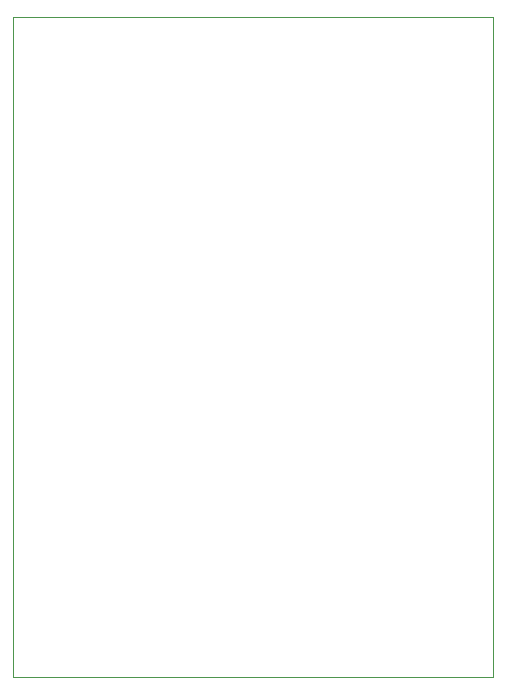
<source format=gbr>
%TF.GenerationSoftware,KiCad,Pcbnew,(6.0.5)*%
%TF.CreationDate,2023-05-17T00:23:09-04:00*%
%TF.ProjectId,as3340_no_mux,61733333-3430-45f6-9e6f-5f6d75782e6b,rev?*%
%TF.SameCoordinates,Original*%
%TF.FileFunction,Profile,NP*%
%FSLAX46Y46*%
G04 Gerber Fmt 4.6, Leading zero omitted, Abs format (unit mm)*
G04 Created by KiCad (PCBNEW (6.0.5)) date 2023-05-17 00:23:09*
%MOMM*%
%LPD*%
G01*
G04 APERTURE LIST*
%TA.AperFunction,Profile*%
%ADD10C,0.100000*%
%TD*%
G04 APERTURE END LIST*
D10*
X35560000Y-101600000D02*
X76200000Y-101600000D01*
X76200000Y-101600000D02*
X76200000Y-157480000D01*
X76200000Y-157480000D02*
X35560000Y-157480000D01*
X35560000Y-157480000D02*
X35560000Y-101600000D01*
X35560000Y-101600000D02*
X76200000Y-101600000D01*
X76200000Y-101600000D02*
X76200000Y-157480000D01*
X76200000Y-157480000D02*
X35560000Y-157480000D01*
X35560000Y-157480000D02*
X35560000Y-101600000D01*
M02*

</source>
